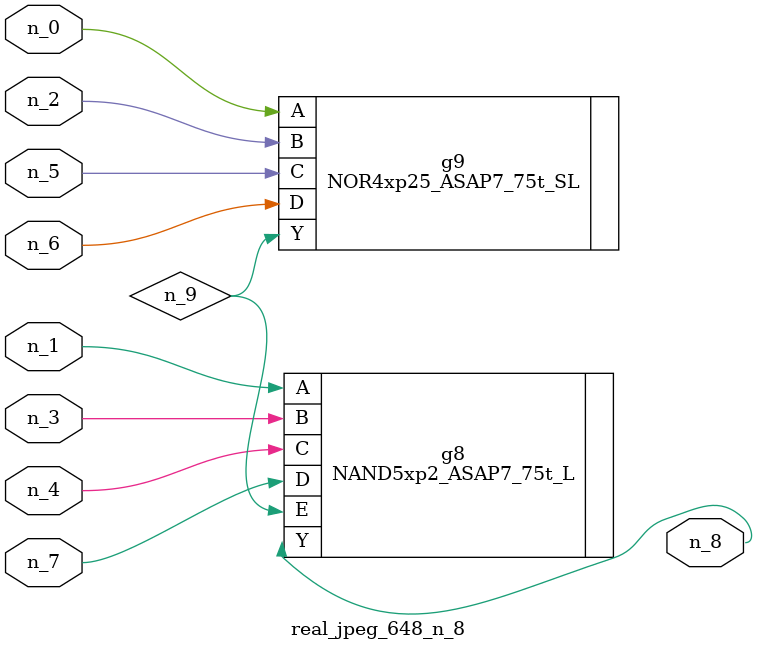
<source format=v>
module real_jpeg_648_n_8 (n_5, n_4, n_0, n_1, n_2, n_6, n_7, n_3, n_8);

input n_5;
input n_4;
input n_0;
input n_1;
input n_2;
input n_6;
input n_7;
input n_3;

output n_8;

wire n_9;

NOR4xp25_ASAP7_75t_SL g9 ( 
.A(n_0),
.B(n_2),
.C(n_5),
.D(n_6),
.Y(n_9)
);

NAND5xp2_ASAP7_75t_L g8 ( 
.A(n_1),
.B(n_3),
.C(n_4),
.D(n_7),
.E(n_9),
.Y(n_8)
);


endmodule
</source>
